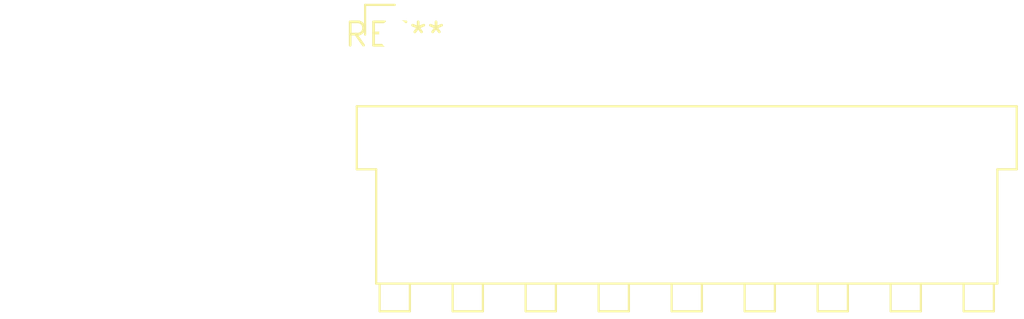
<source format=kicad_pcb>
(kicad_pcb (version 20240108) (generator pcbnew)
  (layers (0 "F.Cu" signal) (31 "B.Cu" signal) (34 "B.Paste" user) (35 "F.Paste" user) (36 "B.SilkS" user "B.Silkscreen") (37 "F.SilkS" user "F.Silkscreen") (38 "B.Mask" user) (39 "F.Mask" user) (44 "Edge.Cuts" user))
  (net 0 "")
  (footprint "JST_VH_B9PS-VH_1x09_P3.96mm_Horizontal" (layer "F.Cu") (at 0 0)
    (property "Reference" "REF**")
    (property "Value" "JST_VH_B9PS-VH_1x09_P3.96mm_Horizontal")
    (fp_line (start -2.06 3.89) (end 33.74 3.89) (layer "F.SilkS") (stroke (width 0.12)))
    (fp_line (start -2.06 7.31) (end -2.06 3.89) (layer "F.SilkS") (stroke (width 0.12)))
    (fp_line (start -1.61 -1.61) (end -1.61 0) (layer "F.SilkS") (stroke (width 0.12)))
    (fp_line (start -1.01 7.31) (end -2.06 7.31) (layer "F.SilkS") (stroke (width 0.12)))
    (fp_line (start -1.01 13.51) (end -1.01 7.31) (layer "F.SilkS") (stroke (width 0.12)))
    (fp_line (start -0.82 13.51) (end -0.82 15.01) (layer "F.SilkS") (stroke (width 0.12)))
    (fp_line (start -0.82 15.01) (end 0.82 15.01) (layer "F.SilkS") (stroke (width 0.12)))
    (fp_line (start 0 -1.61) (end -1.61 -1.61) (layer "F.SilkS") (stroke (width 0.12)))
    (fp_line (start 0.82 15.01) (end 0.82 13.51) (layer "F.SilkS") (stroke (width 0.12)))
    (fp_line (start 3.14 13.51) (end 3.14 15.01) (layer "F.SilkS") (stroke (width 0.12)))
    (fp_line (start 3.14 15.01) (end 4.78 15.01) (layer "F.SilkS") (stroke (width 0.12)))
    (fp_line (start 4.78 15.01) (end 4.78 13.51) (layer "F.SilkS") (stroke (width 0.12)))
    (fp_line (start 7.1 13.51) (end 7.1 15.01) (layer "F.SilkS") (stroke (width 0.12)))
    (fp_line (start 7.1 15.01) (end 8.74 15.01) (layer "F.SilkS") (stroke (width 0.12)))
    (fp_line (start 8.74 15.01) (end 8.74 13.51) (layer "F.SilkS") (stroke (width 0.12)))
    (fp_line (start 11.06 13.51) (end 11.06 15.01) (layer "F.SilkS") (stroke (width 0.12)))
    (fp_line (start 11.06 15.01) (end 12.7 15.01) (layer "F.SilkS") (stroke (width 0.12)))
    (fp_line (start 12.7 15.01) (end 12.7 13.51) (layer "F.SilkS") (stroke (width 0.12)))
    (fp_line (start 15.02 13.51) (end 15.02 15.01) (layer "F.SilkS") (stroke (width 0.12)))
    (fp_line (start 15.02 15.01) (end 16.66 15.01) (layer "F.SilkS") (stroke (width 0.12)))
    (fp_line (start 16.66 15.01) (end 16.66 13.51) (layer "F.SilkS") (stroke (width 0.12)))
    (fp_line (start 18.98 13.51) (end 18.98 15.01) (layer "F.SilkS") (stroke (width 0.12)))
    (fp_line (start 18.98 15.01) (end 20.62 15.01) (layer "F.SilkS") (stroke (width 0.12)))
    (fp_line (start 20.62 15.01) (end 20.62 13.51) (layer "F.SilkS") (stroke (width 0.12)))
    (fp_line (start 22.94 13.51) (end 22.94 15.01) (layer "F.SilkS") (stroke (width 0.12)))
    (fp_line (start 22.94 15.01) (end 24.58 15.01) (layer "F.SilkS") (stroke (width 0.12)))
    (fp_line (start 24.58 15.01) (end 24.58 13.51) (layer "F.SilkS") (stroke (width 0.12)))
    (fp_line (start 26.9 13.51) (end 26.9 15.01) (layer "F.SilkS") (stroke (width 0.12)))
    (fp_line (start 26.9 15.01) (end 28.54 15.01) (layer "F.SilkS") (stroke (width 0.12)))
    (fp_line (start 28.54 15.01) (end 28.54 13.51) (layer "F.SilkS") (stroke (width 0.12)))
    (fp_line (start 30.86 13.51) (end 30.86 15.01) (layer "F.SilkS") (stroke (width 0.12)))
    (fp_line (start 30.86 15.01) (end 32.5 15.01) (layer "F.SilkS") (stroke (width 0.12)))
    (fp_line (start 32.5 15.01) (end 32.5 13.51) (layer "F.SilkS") (stroke (width 0.12)))
    (fp_line (start 32.69 7.31) (end 32.69 13.51) (layer "F.SilkS") (stroke (width 0.12)))
    (fp_line (start 32.69 13.51) (end -1.01 13.51) (layer "F.SilkS") (stroke (width 0.12)))
    (fp_line (start 33.74 3.89) (end 33.74 7.31) (layer "F.SilkS") (stroke (width 0.12)))
    (fp_line (start 33.74 7.31) (end 32.69 7.31) (layer "F.SilkS") (stroke (width 0.12)))
    (pad "1" thru_hole roundrect (at 0 0) (size 2.7 2.7) (drill 1.7) (layers *.Cu *.Mask) (remove_unused_layers) (roundrect_rratio 0.092593))
    (pad "2" thru_hole circle (at 3.96 0) (size 2.7 2.7) (drill 1.7) (layers *.Cu *.Mask) (remove_unused_layers))
    (pad "3" thru_hole circle (at 7.92 0) (size 2.7 2.7) (drill 1.7) (layers *.Cu *.Mask) (remove_unused_layers))
    (pad "4" thru_hole circle (at 11.88 0) (size 2.7 2.7) (drill 1.7) (layers *.Cu *.Mask) (remove_unused_layers))
    (pad "5" thru_hole circle (at 15.84 0) (size 2.7 2.7) (drill 1.7) (layers *.Cu *.Mask) (remove_unused_layers))
    (pad "6" thru_hole circle (at 19.8 0) (size 2.7 2.7) (drill 1.7) (layers *.Cu *.Mask) (remove_unused_layers))
    (pad "7" thru_hole circle (at 23.76 0) (size 2.7 2.7) (drill 1.7) (layers *.Cu *.Mask) (remove_unused_layers))
    (pad "8" thru_hole circle (at 27.72 0) (size 2.7 2.7) (drill 1.7) (layers *.Cu *.Mask) (remove_unused_layers))
    (pad "9" thru_hole circle (at 31.68 0) (size 2.7 2.7) (drill 1.7) (layers *.Cu *.Mask) (remove_unused_layers))
  )
)
</source>
